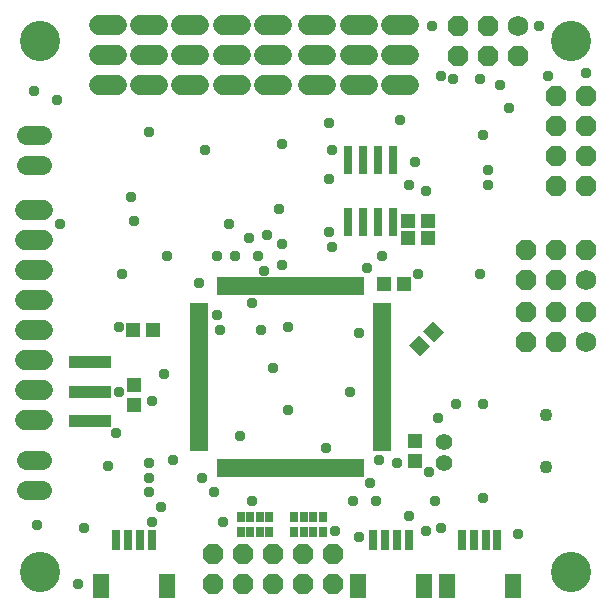
<source format=gbs>
G75*
G70*
%OFA0B0*%
%FSLAX24Y24*%
%IPPOS*%
%LPD*%
%AMOC8*
5,1,8,0,0,1.08239X$1,22.5*
%
%ADD10C,0.1340*%
%ADD11R,0.0631X0.0198*%
%ADD12R,0.0198X0.0631*%
%ADD13R,0.1419X0.0395*%
%ADD14C,0.0434*%
%ADD15R,0.0316X0.0690*%
%ADD16R,0.0552X0.0789*%
%ADD17R,0.0493X0.0505*%
%ADD18R,0.0505X0.0493*%
%ADD19C,0.0620*%
%ADD20R,0.0474X0.0513*%
%ADD21R,0.0513X0.0474*%
%ADD22R,0.0316X0.0946*%
%ADD23OC8,0.0680*%
%ADD24R,0.0277X0.0336*%
%ADD25C,0.0680*%
%ADD26C,0.0680*%
%ADD27C,0.0552*%
%ADD28C,0.0377*%
D10*
X001614Y001819D03*
X001614Y019535D03*
X019330Y019535D03*
X019330Y001819D03*
D11*
X013019Y005954D03*
X013019Y006151D03*
X013019Y006348D03*
X013019Y006545D03*
X013019Y006742D03*
X013019Y006938D03*
X013019Y007135D03*
X013019Y007332D03*
X013019Y007529D03*
X013019Y007726D03*
X013019Y007923D03*
X013019Y008120D03*
X013019Y008316D03*
X013019Y008513D03*
X013019Y008710D03*
X013019Y008907D03*
X013019Y009104D03*
X013019Y009301D03*
X013019Y009498D03*
X013019Y009694D03*
X013019Y009891D03*
X013019Y010088D03*
X013019Y010285D03*
X013019Y010482D03*
X013019Y010679D03*
X006940Y010679D03*
X006940Y010482D03*
X006940Y010285D03*
X006940Y010088D03*
X006940Y009891D03*
X006940Y009694D03*
X006940Y009498D03*
X006940Y009301D03*
X006940Y009104D03*
X006940Y008907D03*
X006940Y008710D03*
X006940Y008513D03*
X006940Y008316D03*
X006940Y008120D03*
X006940Y007923D03*
X006940Y007726D03*
X006940Y007529D03*
X006940Y007332D03*
X006940Y007135D03*
X006940Y006938D03*
X006940Y006742D03*
X006940Y006545D03*
X006940Y006348D03*
X006940Y006151D03*
X006940Y005954D03*
D12*
X007617Y005277D03*
X007814Y005277D03*
X008011Y005277D03*
X008207Y005277D03*
X008404Y005277D03*
X008601Y005277D03*
X008798Y005277D03*
X008995Y005277D03*
X009192Y005277D03*
X009389Y005277D03*
X009585Y005277D03*
X009782Y005277D03*
X009979Y005277D03*
X010176Y005277D03*
X010373Y005277D03*
X010570Y005277D03*
X010767Y005277D03*
X010963Y005277D03*
X011160Y005277D03*
X011357Y005277D03*
X011554Y005277D03*
X011751Y005277D03*
X011948Y005277D03*
X012144Y005277D03*
X012341Y005277D03*
X012341Y011356D03*
X012144Y011356D03*
X011948Y011356D03*
X011751Y011356D03*
X011554Y011356D03*
X011357Y011356D03*
X011160Y011356D03*
X010963Y011356D03*
X010767Y011356D03*
X010570Y011356D03*
X010373Y011356D03*
X010176Y011356D03*
X009979Y011356D03*
X009782Y011356D03*
X009585Y011356D03*
X009389Y011356D03*
X009192Y011356D03*
X008995Y011356D03*
X008798Y011356D03*
X008601Y011356D03*
X008404Y011356D03*
X008207Y011356D03*
X008011Y011356D03*
X007814Y011356D03*
X007617Y011356D03*
D13*
X003283Y008806D03*
X003287Y007823D03*
X003291Y006843D03*
D14*
X018476Y007067D03*
X018476Y005334D03*
D15*
X016872Y002892D03*
X016478Y002892D03*
X016085Y002892D03*
X015691Y002892D03*
X013917Y002892D03*
X013523Y002892D03*
X013129Y002892D03*
X012735Y002892D03*
X005354Y002891D03*
X004960Y002891D03*
X004567Y002891D03*
X004173Y002891D03*
D16*
X003661Y001366D03*
X005866Y001366D03*
X012224Y001367D03*
X014428Y001367D03*
X015179Y001366D03*
X017384Y001366D03*
D17*
X013773Y011417D03*
X013084Y011417D03*
X005403Y009888D03*
X004714Y009888D03*
D18*
X014115Y006197D03*
X014115Y005508D03*
D19*
X001682Y005564D02*
X001142Y005564D01*
X001142Y004564D02*
X001682Y004564D01*
X001685Y015395D02*
X001145Y015395D01*
X001145Y016395D02*
X001685Y016395D01*
D20*
X013878Y013532D03*
X013877Y012941D03*
X014546Y012941D03*
X014547Y013532D03*
G36*
X014395Y009843D02*
X014730Y010178D01*
X015091Y009817D01*
X014756Y009482D01*
X014395Y009843D01*
G37*
G36*
X013922Y009370D02*
X014257Y009705D01*
X014618Y009344D01*
X014283Y009009D01*
X013922Y009370D01*
G37*
D21*
X004763Y008059D03*
X004763Y007389D03*
D22*
X011887Y013492D03*
X012387Y013492D03*
X012887Y013492D03*
X013387Y013492D03*
X013387Y015539D03*
X012887Y015539D03*
X012387Y015539D03*
X011887Y015539D03*
D23*
X015574Y019035D03*
X015574Y020035D03*
X016574Y020035D03*
X016574Y019035D03*
X017574Y019035D03*
X018830Y017689D03*
X019830Y017689D03*
X019830Y016689D03*
X019830Y015689D03*
X018830Y015689D03*
X018830Y016689D03*
X018830Y014689D03*
X019830Y014689D03*
X019838Y012555D03*
X018838Y012555D03*
X017838Y012555D03*
X017838Y011555D03*
X018838Y011555D03*
X018838Y010488D03*
X018838Y009488D03*
X017838Y009488D03*
X017838Y010488D03*
X019838Y010488D03*
X011390Y002417D03*
X010390Y002417D03*
X009390Y002417D03*
X008390Y002417D03*
X007390Y002417D03*
X007390Y001417D03*
X008390Y001417D03*
X009390Y001417D03*
X010390Y001417D03*
X011390Y001417D03*
D24*
X011042Y003147D03*
X010727Y003147D03*
X010412Y003147D03*
X010097Y003147D03*
X010097Y003639D03*
X010412Y003639D03*
X010727Y003639D03*
X011042Y003639D03*
X009271Y003640D03*
X008956Y003640D03*
X008641Y003640D03*
X008326Y003640D03*
X008326Y003147D03*
X008641Y003147D03*
X008956Y003147D03*
X009271Y003147D03*
D25*
X001717Y006881D02*
X001117Y006881D01*
X001117Y007881D02*
X001717Y007881D01*
X001717Y008881D02*
X001117Y008881D01*
X001117Y009881D02*
X001717Y009881D01*
X001717Y010881D02*
X001117Y010881D01*
X001117Y011881D02*
X001717Y011881D01*
X001717Y012881D02*
X001117Y012881D01*
X001117Y013881D02*
X001717Y013881D01*
X003577Y018042D02*
X004177Y018042D01*
X004955Y018043D02*
X005555Y018043D01*
X006333Y018044D02*
X006933Y018044D01*
X007711Y018043D02*
X008311Y018043D01*
X009088Y018043D02*
X009688Y018043D01*
X010566Y018043D02*
X011166Y018043D01*
X011943Y018043D02*
X012543Y018043D01*
X013322Y018043D02*
X013922Y018043D01*
X013922Y019043D02*
X013322Y019043D01*
X012543Y019043D02*
X011943Y019043D01*
X011166Y019043D02*
X010566Y019043D01*
X009688Y019043D02*
X009088Y019043D01*
X008311Y019043D02*
X007711Y019043D01*
X006933Y019044D02*
X006333Y019044D01*
X005555Y019043D02*
X004955Y019043D01*
X004177Y019042D02*
X003577Y019042D01*
X003577Y020042D02*
X004177Y020042D01*
X004955Y020043D02*
X005555Y020043D01*
X006333Y020044D02*
X006933Y020044D01*
X007711Y020043D02*
X008311Y020043D01*
X009088Y020043D02*
X009688Y020043D01*
X010566Y020043D02*
X011166Y020043D01*
X011943Y020043D02*
X012543Y020043D01*
X013322Y020043D02*
X013922Y020043D01*
D26*
X017574Y020035D03*
X019838Y011555D03*
X019838Y009488D03*
D27*
X015098Y006149D03*
X015098Y005460D03*
D28*
X014606Y005165D03*
X014802Y004181D03*
X014999Y003295D03*
X014507Y003196D03*
X013917Y003689D03*
X012834Y004181D03*
X012637Y004771D03*
X012047Y004181D03*
X011456Y003196D03*
X012243Y003000D03*
X012932Y005559D03*
X013523Y005460D03*
X014901Y006937D03*
X015491Y007429D03*
X016377Y007429D03*
X016377Y004279D03*
X017558Y003098D03*
X011948Y007822D03*
X012243Y009791D03*
X014212Y011759D03*
X013031Y012350D03*
X012539Y011956D03*
X011358Y012645D03*
X011259Y013137D03*
X009684Y012744D03*
X009192Y013039D03*
X008602Y012941D03*
X008897Y012350D03*
X009094Y011858D03*
X009684Y012055D03*
X008700Y010775D03*
X008995Y009889D03*
X009881Y009988D03*
X009389Y008610D03*
X009881Y007232D03*
X011161Y005952D03*
X008700Y004181D03*
X007716Y003492D03*
X007421Y004476D03*
X007027Y004968D03*
X006043Y005559D03*
X005255Y005460D03*
X005255Y004968D03*
X005255Y004476D03*
X005649Y003984D03*
X005354Y003492D03*
X003877Y005362D03*
X004173Y006444D03*
X005354Y007527D03*
X005747Y008413D03*
X004271Y007822D03*
X004271Y009988D03*
X004369Y011759D03*
X005846Y012350D03*
X006928Y011464D03*
X007519Y012350D03*
X008110Y012350D03*
X007913Y013433D03*
X009586Y013925D03*
X011259Y014909D03*
X011358Y015893D03*
X011259Y016779D03*
X009684Y016090D03*
X007125Y015893D03*
X005255Y016484D03*
X004665Y014319D03*
X004763Y013531D03*
X002302Y013433D03*
X002204Y017567D03*
X001417Y017862D03*
X007519Y010381D03*
X007617Y009889D03*
X008306Y006346D03*
X003090Y003295D03*
X001515Y003393D03*
X002893Y001425D03*
X014507Y014515D03*
X013917Y014712D03*
X014114Y015500D03*
X013621Y016878D03*
X014999Y018354D03*
X015393Y018256D03*
X016279Y018256D03*
X016968Y018059D03*
X017263Y017271D03*
X016377Y016385D03*
X016574Y015204D03*
X016574Y014712D03*
X016279Y011759D03*
X018543Y018354D03*
X019822Y018452D03*
X018247Y020027D03*
X014704Y020027D03*
M02*

</source>
